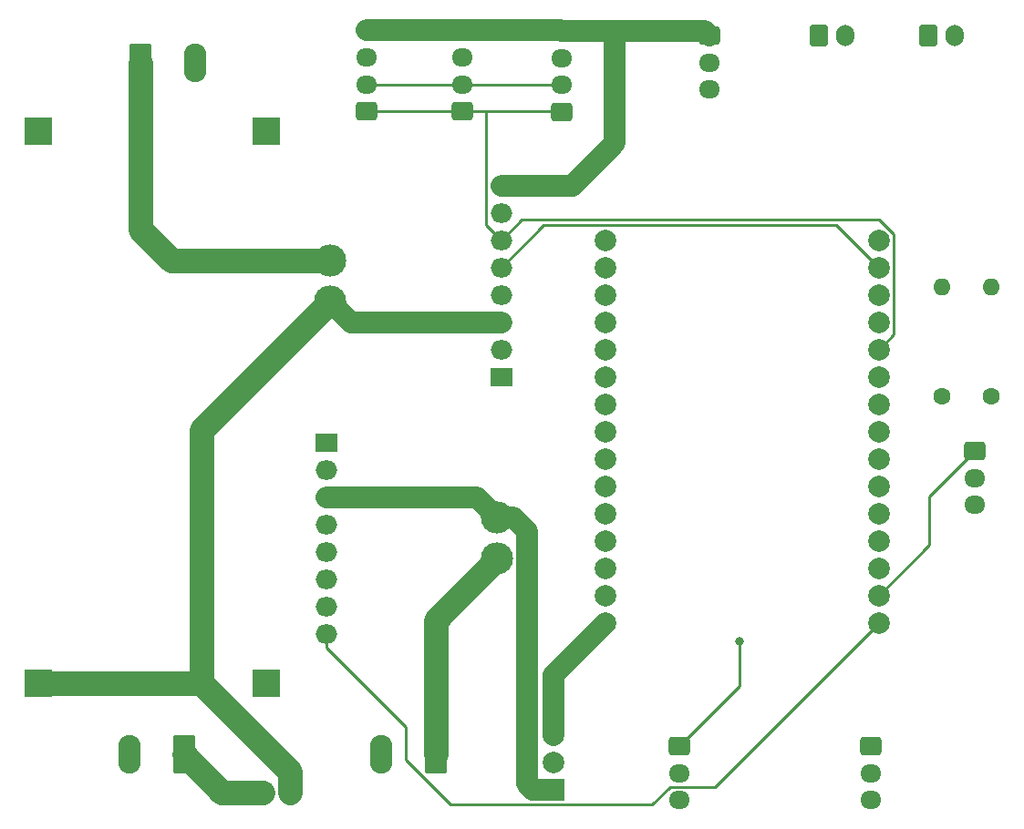
<source format=gbr>
%TF.GenerationSoftware,KiCad,Pcbnew,(6.0.5)*%
%TF.CreationDate,2023-04-02T11:03:44+02:00*%
%TF.ProjectId,sender_V1.01,73656e64-6572-45f5-9631-2e30312e6b69,rev?*%
%TF.SameCoordinates,Original*%
%TF.FileFunction,Copper,L1,Top*%
%TF.FilePolarity,Positive*%
%FSLAX46Y46*%
G04 Gerber Fmt 4.6, Leading zero omitted, Abs format (unit mm)*
G04 Created by KiCad (PCBNEW (6.0.5)) date 2023-04-02 11:03:44*
%MOMM*%
%LPD*%
G01*
G04 APERTURE LIST*
G04 Aperture macros list*
%AMRoundRect*
0 Rectangle with rounded corners*
0 $1 Rounding radius*
0 $2 $3 $4 $5 $6 $7 $8 $9 X,Y pos of 4 corners*
0 Add a 4 corners polygon primitive as box body*
4,1,4,$2,$3,$4,$5,$6,$7,$8,$9,$2,$3,0*
0 Add four circle primitives for the rounded corners*
1,1,$1+$1,$2,$3*
1,1,$1+$1,$4,$5*
1,1,$1+$1,$6,$7*
1,1,$1+$1,$8,$9*
0 Add four rect primitives between the rounded corners*
20,1,$1+$1,$2,$3,$4,$5,0*
20,1,$1+$1,$4,$5,$6,$7,0*
20,1,$1+$1,$6,$7,$8,$9,0*
20,1,$1+$1,$8,$9,$2,$3,0*%
G04 Aperture macros list end*
%TA.AperFunction,ComponentPad*%
%ADD10R,2.000000X1.800000*%
%TD*%
%TA.AperFunction,ComponentPad*%
%ADD11O,2.000000X1.800000*%
%TD*%
%TA.AperFunction,ComponentPad*%
%ADD12O,3.000000X3.000000*%
%TD*%
%TA.AperFunction,ComponentPad*%
%ADD13RoundRect,0.250000X-0.600000X-0.750000X0.600000X-0.750000X0.600000X0.750000X-0.600000X0.750000X0*%
%TD*%
%TA.AperFunction,ComponentPad*%
%ADD14O,1.700000X2.000000*%
%TD*%
%TA.AperFunction,ComponentPad*%
%ADD15RoundRect,0.250000X-0.725000X0.600000X-0.725000X-0.600000X0.725000X-0.600000X0.725000X0.600000X0*%
%TD*%
%TA.AperFunction,ComponentPad*%
%ADD16O,1.950000X1.700000*%
%TD*%
%TA.AperFunction,ComponentPad*%
%ADD17R,1.700000X1.700000*%
%TD*%
%TA.AperFunction,ComponentPad*%
%ADD18O,1.700000X1.700000*%
%TD*%
%TA.AperFunction,ComponentPad*%
%ADD19C,1.600000*%
%TD*%
%TA.AperFunction,ComponentPad*%
%ADD20O,1.600000X1.600000*%
%TD*%
%TA.AperFunction,ComponentPad*%
%ADD21R,2.540000X2.540000*%
%TD*%
%TA.AperFunction,ComponentPad*%
%ADD22RoundRect,0.250000X0.725000X-0.600000X0.725000X0.600000X-0.725000X0.600000X-0.725000X-0.600000X0*%
%TD*%
%TA.AperFunction,ComponentPad*%
%ADD23C,2.000000*%
%TD*%
%TA.AperFunction,ComponentPad*%
%ADD24RoundRect,0.249999X-0.790001X-1.550001X0.790001X-1.550001X0.790001X1.550001X-0.790001X1.550001X0*%
%TD*%
%TA.AperFunction,ComponentPad*%
%ADD25O,2.080000X3.600000*%
%TD*%
%TA.AperFunction,ComponentPad*%
%ADD26RoundRect,0.249999X0.790001X1.550001X-0.790001X1.550001X-0.790001X-1.550001X0.790001X-1.550001X0*%
%TD*%
%TA.AperFunction,ComponentPad*%
%ADD27R,2.000000X2.000000*%
%TD*%
%TA.AperFunction,ViaPad*%
%ADD28C,0.800000*%
%TD*%
%TA.AperFunction,Conductor*%
%ADD29C,0.254000*%
%TD*%
%TA.AperFunction,Conductor*%
%ADD30C,2.000000*%
%TD*%
%TA.AperFunction,Conductor*%
%ADD31C,2.250000*%
%TD*%
G04 APERTURE END LIST*
D10*
%TO.P,U1,1,IN+*%
%TO.N,unconnected-(U1-Pad1)*%
X81280000Y-50038000D03*
D11*
%TO.P,U1,2,IN-*%
%TO.N,unconnected-(U1-Pad2)*%
X81280000Y-47498000D03*
%TO.P,U1,3,VBS*%
%TO.N,Net-(DC-DC1-PadI+)*%
X81280000Y-44958000D03*
%TO.P,U1,4,ALE*%
%TO.N,unconnected-(U1-Pad4)*%
X81280000Y-42418000D03*
%TO.P,U1,5,SCL*%
%TO.N,SCL*%
X81280000Y-39878000D03*
%TO.P,U1,6,SDA*%
%TO.N,SDA*%
X81280000Y-37338000D03*
%TO.P,U1,7,GND*%
%TO.N,GND*%
X81280000Y-34798000D03*
%TO.P,U1,8,VCC*%
%TO.N,+3V3*%
X81280000Y-32258000D03*
D12*
%TO.P,U1,9,IN1+*%
%TO.N,Net-(DC-DC1-PadI+)*%
X65405000Y-43053000D03*
%TO.P,U1,10,IN1-*%
%TO.N,Net-(J2-Pad1)*%
X65405000Y-39243000D03*
%TD*%
D13*
%TO.P,J10,1,Pin_1*%
%TO.N,GND*%
X110744000Y-18288000D03*
D14*
%TO.P,J10,2,Pin_2*%
%TO.N,Door_Open*%
X113244000Y-18288000D03*
%TD*%
D15*
%TO.P,J9,1,Pin_1*%
%TO.N,GND*%
X125239000Y-56936000D03*
D16*
%TO.P,J9,2,Pin_2*%
%TO.N,Net-(J9-Pad2)*%
X125239000Y-59436000D03*
%TO.P,J9,3,Pin_3*%
%TO.N,Net-(J9-Pad3)*%
X125239000Y-61936000D03*
%TD*%
D17*
%TO.P,SW1,1,1*%
%TO.N,Net-(J1-Pad1)*%
X59177000Y-88646000D03*
D18*
%TO.P,SW1,2,2*%
%TO.N,Net-(DC-DC1-PadI+)*%
X61717000Y-88646000D03*
%TD*%
D19*
%TO.P,R1,1*%
%TO.N,Net-(J9-Pad2)*%
X126746000Y-51816000D03*
D20*
%TO.P,R1,2*%
%TO.N,RED*%
X126746000Y-41656000D03*
%TD*%
D21*
%TO.P,DC-DC1,I+,IN+*%
%TO.N,Net-(DC-DC1-PadI+)*%
X38285000Y-78510000D03*
%TO.P,DC-DC1,I-,IN-*%
%TO.N,GND*%
X59460000Y-78510000D03*
%TO.P,DC-DC1,O+,OUT+*%
%TO.N,Net-(DC-DC1-PadO+)*%
X38285000Y-27215000D03*
%TO.P,DC-DC1,O-,OUT-*%
%TO.N,GND*%
X59460000Y-27215000D03*
%TD*%
D22*
%TO.P,J12,1,Pin_1*%
%TO.N,SDA*%
X86868000Y-25400000D03*
D16*
%TO.P,J12,2,Pin_2*%
%TO.N,SCL*%
X86868000Y-22900000D03*
%TO.P,J12,3,Pin_3*%
%TO.N,GND*%
X86868000Y-20400000D03*
%TO.P,J12,4,Pin_4*%
%TO.N,+3V3*%
X86868000Y-17900000D03*
%TD*%
D10*
%TO.P,U3,1,IN+*%
%TO.N,unconnected-(U3-Pad1)*%
X65024000Y-56134000D03*
D11*
%TO.P,U3,2,IN-*%
%TO.N,unconnected-(U3-Pad2)*%
X65024000Y-58674000D03*
%TO.P,U3,3,VBS*%
%TO.N,Net-(DC-DC1-PadO+)*%
X65024000Y-61214000D03*
%TO.P,U3,4,ALE*%
%TO.N,unconnected-(U3-Pad4)*%
X65024000Y-63754000D03*
%TO.P,U3,5,SCL*%
%TO.N,SCL*%
X65024000Y-66294000D03*
%TO.P,U3,6,SDA*%
%TO.N,SDA*%
X65024000Y-68834000D03*
%TO.P,U3,7,GND*%
%TO.N,GND*%
X65024000Y-71374000D03*
%TO.P,U3,8,VCC*%
%TO.N,+3V3*%
X65024000Y-73914000D03*
D12*
%TO.P,U3,9,IN1+*%
%TO.N,Net-(DC-DC1-PadO+)*%
X80899000Y-63119000D03*
%TO.P,U3,10,IN1-*%
%TO.N,Net-(J3-Pad1)*%
X80899000Y-66929000D03*
%TD*%
D23*
%TO.P,U2,1,EN*%
%TO.N,unconnected-(U2-Pad1)*%
X90932000Y-37338000D03*
%TO.P,U2,2,VP*%
%TO.N,unconnected-(U2-Pad2)*%
X90932000Y-39878000D03*
%TO.P,U2,3,VN*%
%TO.N,unconnected-(U2-Pad3)*%
X90932000Y-42418000D03*
%TO.P,U2,4,GPIO34_ADC1-CH6_RTC-GPIO4*%
%TO.N,Door_Open*%
X90932000Y-44958000D03*
%TO.P,U2,5,GPIO35_ADC1-CH7_RTC-GPIO5*%
%TO.N,Door_Closed*%
X90932000Y-47498000D03*
%TO.P,U2,6,GPIO32_ADC1-CH4_RTC-GPIO9*%
%TO.N,D0*%
X90932000Y-50038000D03*
%TO.P,U2,7,GPIO33_ADC1-CH5_RTC-GPIO8*%
%TO.N,unconnected-(U2-Pad7)*%
X90932000Y-52578000D03*
%TO.P,U2,8,GPIO25_ADC2-CH8_DAC1_RTC-GPIO6*%
%TO.N,Green*%
X90932000Y-55118000D03*
%TO.P,U2,9,GPIO26_ADC2-CH9_DAC2_RTC-GPIO7*%
%TO.N,RED*%
X90932000Y-57658000D03*
%TO.P,U2,10,GPIO27_ADC2-CH7_RTC-GPIO17*%
%TO.N,unconnected-(U2-Pad10)*%
X90932000Y-60198000D03*
%TO.P,U2,11,GPIO14_ADC2-CH6_HSPI-CLK_RTC-GPIO16*%
%TO.N,Input_3*%
X90932000Y-62738000D03*
%TO.P,U2,12,GPIO12_ADC2-CH5_HSPI-MISO_RTC-GPIO15*%
%TO.N,Input_1*%
X90932000Y-65278000D03*
%TO.P,U2,13,GPIO13_ADC2-CH4_HSPI-MOSI_RTC-GPIO14*%
%TO.N,Input_2*%
X90932000Y-67818000D03*
%TO.P,U2,14,GND*%
%TO.N,GND*%
X90932000Y-70358000D03*
%TO.P,U2,15,VIN*%
%TO.N,Net-(U2-Pad15)*%
X90932000Y-72898000D03*
%TO.P,U2,16,3V3*%
%TO.N,+3V3*%
X116332000Y-72898000D03*
%TO.P,U2,17,GND*%
%TO.N,GND*%
X116332000Y-70358000D03*
%TO.P,U2,18,GPIO15_ADC2-CH3_HSPI-CS0_RTC-GPIO13*%
%TO.N,unconnected-(U2-Pad18)*%
X116332000Y-67818000D03*
%TO.P,U2,19,GPIO2_ADC2-CH2_RTC-GPIO12*%
%TO.N,unconnected-(U2-Pad19)*%
X116332000Y-65278000D03*
%TO.P,U2,20,GPIO4_ADC2-CH0_RTC-GPIO10*%
%TO.N,unconnected-(U2-Pad20)*%
X116332000Y-62738000D03*
%TO.P,U2,21,RX2*%
%TO.N,unconnected-(U2-Pad21)*%
X116332000Y-60198000D03*
%TO.P,U2,22,TX2*%
%TO.N,unconnected-(U2-Pad22)*%
X116332000Y-57658000D03*
%TO.P,U2,23,GPIO5_VSPI-CS0*%
%TO.N,unconnected-(U2-Pad23)*%
X116332000Y-55118000D03*
%TO.P,U2,24,GPIO18_VSPI-CLK*%
%TO.N,Input_4*%
X116332000Y-52578000D03*
%TO.P,U2,25,GPIO19_VSPI-MISO*%
%TO.N,Enable_B*%
X116332000Y-50038000D03*
%TO.P,U2,26,GPIO21_I2C-SDA*%
%TO.N,SDA*%
X116332000Y-47498000D03*
%TO.P,U2,27,GPIO3__UART0-RX*%
%TO.N,unconnected-(U2-Pad27)*%
X116332000Y-44958000D03*
%TO.P,U2,28,GPIO1_UART0-TX*%
%TO.N,unconnected-(U2-Pad28)*%
X116332000Y-42418000D03*
%TO.P,U2,29,GPIO22_I2C-SCL*%
%TO.N,SCL*%
X116332000Y-39878000D03*
%TO.P,U2,30,GPIO23_VSPI-MOSI*%
%TO.N,Enable_A*%
X116332000Y-37338000D03*
%TD*%
D15*
%TO.P,J5,1,Pin_1*%
%TO.N,Enable_B*%
X115587000Y-84368000D03*
D16*
%TO.P,J5,2,Pin_2*%
%TO.N,Input_4*%
X115587000Y-86868000D03*
%TO.P,J5,3,Pin_3*%
%TO.N,Input_3*%
X115587000Y-89368000D03*
%TD*%
D15*
%TO.P,J6,1,Pin_1*%
%TO.N,Enable_A*%
X97807000Y-84368000D03*
D16*
%TO.P,J6,2,Pin_2*%
%TO.N,Input_1*%
X97807000Y-86868000D03*
%TO.P,J6,3,Pin_3*%
%TO.N,Input_2*%
X97807000Y-89368000D03*
%TD*%
D22*
%TO.P,J7,1,Pin_1*%
%TO.N,SDA*%
X77707000Y-25340000D03*
D16*
%TO.P,J7,2,Pin_2*%
%TO.N,SCL*%
X77707000Y-22840000D03*
%TO.P,J7,3,Pin_3*%
%TO.N,GND*%
X77707000Y-20340000D03*
%TO.P,J7,4,Pin_4*%
%TO.N,+3V3*%
X77707000Y-17840000D03*
%TD*%
D22*
%TO.P,J4,1,Pin_1*%
%TO.N,SDA*%
X68817000Y-25340000D03*
D16*
%TO.P,J4,2,Pin_2*%
%TO.N,SCL*%
X68817000Y-22840000D03*
%TO.P,J4,3,Pin_3*%
%TO.N,GND*%
X68817000Y-20340000D03*
%TO.P,J4,4,Pin_4*%
%TO.N,+3V3*%
X68817000Y-17840000D03*
%TD*%
D24*
%TO.P,J2,1,Pin_1*%
%TO.N,Net-(J2-Pad1)*%
X47752000Y-20828000D03*
D25*
%TO.P,J2,2,Pin_2*%
%TO.N,GND*%
X52832000Y-20828000D03*
%TD*%
D26*
%TO.P,J1,1,Pin_1*%
%TO.N,Net-(J1-Pad1)*%
X51816000Y-85129500D03*
D25*
%TO.P,J1,2,Pin_2*%
%TO.N,GND*%
X46736000Y-85129500D03*
%TD*%
D26*
%TO.P,J3,1,Pin_1*%
%TO.N,Net-(J3-Pad1)*%
X75184000Y-85129500D03*
D25*
%TO.P,J3,2,Pin_2*%
%TO.N,GND*%
X70104000Y-85129500D03*
%TD*%
D19*
%TO.P,R2,1*%
%TO.N,Net-(J9-Pad3)*%
X122174000Y-51816000D03*
D20*
%TO.P,R2,2*%
%TO.N,Green*%
X122174000Y-41656000D03*
%TD*%
D15*
%TO.P,J8,1,Pin_1*%
%TO.N,+3V3*%
X100601000Y-18328000D03*
D16*
%TO.P,J8,2,Pin_2*%
%TO.N,GND*%
X100601000Y-20828000D03*
%TO.P,J8,3,Pin_3*%
%TO.N,D0*%
X100601000Y-23328000D03*
%TD*%
D27*
%TO.P,U4,1,IN*%
%TO.N,Net-(DC-DC1-PadO+)*%
X86106000Y-88392000D03*
D23*
%TO.P,U4,2,GND*%
%TO.N,GND*%
X86106000Y-85852000D03*
%TO.P,U4,3,OUT*%
%TO.N,Net-(U2-Pad15)*%
X86106000Y-83312000D03*
%TD*%
D13*
%TO.P,J11,1,Pin_1*%
%TO.N,GND*%
X120924000Y-18271000D03*
D14*
%TO.P,J11,2,Pin_2*%
%TO.N,Door_Closed*%
X123424000Y-18271000D03*
%TD*%
D28*
%TO.N,Enable_A*%
X103397000Y-74581700D03*
%TD*%
D29*
%TO.N,SDA*%
X81280000Y-37338000D02*
X83179800Y-35438200D01*
X116394100Y-35438200D02*
X117749300Y-36793400D01*
X79893600Y-25370000D02*
X79893600Y-35951600D01*
X117749300Y-46080700D02*
X116332000Y-47498000D01*
X83179800Y-35438200D02*
X116394100Y-35438200D01*
X68817000Y-25340000D02*
X77707000Y-25340000D01*
X86838000Y-25370000D02*
X79893600Y-25370000D01*
X77737000Y-25370000D02*
X77707000Y-25340000D01*
X117749300Y-36793400D02*
X117749300Y-46080700D01*
X79893600Y-35951600D02*
X81280000Y-37338000D01*
X79893600Y-25370000D02*
X77737000Y-25370000D01*
%TO.N,SCL*%
X116332000Y-39878000D02*
X112406400Y-35952400D01*
X77707000Y-22840000D02*
X79063300Y-22840000D01*
X112406400Y-35952400D02*
X85205600Y-35952400D01*
X68817000Y-22840000D02*
X77707000Y-22840000D01*
X86838000Y-22870000D02*
X79093300Y-22870000D01*
X79093300Y-22870000D02*
X79063300Y-22840000D01*
X85205600Y-35952400D02*
X81280000Y-39878000D01*
%TO.N,GND*%
X121042400Y-65647600D02*
X116332000Y-70358000D01*
X125239000Y-56936000D02*
X121042400Y-61132600D01*
X121042400Y-61132600D02*
X121042400Y-65647600D01*
D30*
%TO.N,+3V3*%
X68817000Y-17840000D02*
X77707000Y-17840000D01*
D29*
X65024000Y-75195300D02*
X72412000Y-82583300D01*
D30*
X86868000Y-17900000D02*
X91828000Y-17900000D01*
D29*
X72412000Y-85621700D02*
X76572000Y-89781700D01*
D30*
X91828000Y-28314000D02*
X87884000Y-32258000D01*
X91828000Y-17900000D02*
X100173000Y-17900000D01*
D29*
X96977800Y-88118000D02*
X101112000Y-88118000D01*
X65024000Y-73914000D02*
X65024000Y-75195300D01*
X76572000Y-89781700D02*
X95314100Y-89781700D01*
D30*
X91828000Y-17900000D02*
X91828000Y-28314000D01*
D29*
X72412000Y-82583300D02*
X72412000Y-85621700D01*
X101112000Y-88118000D02*
X116332000Y-72898000D01*
D30*
X100173000Y-17900000D02*
X100601000Y-18328000D01*
X87884000Y-32258000D02*
X81280000Y-32258000D01*
X77707000Y-17840000D02*
X86808000Y-17840000D01*
X86808000Y-17840000D02*
X86868000Y-17900000D01*
D29*
X95314100Y-89781700D02*
X96977800Y-88118000D01*
%TO.N,Enable_A*%
X103397000Y-78778000D02*
X103397000Y-74581700D01*
X97807000Y-84368000D02*
X103397000Y-78778000D01*
D31*
%TO.N,Net-(J1-Pad1)*%
X55332500Y-88646000D02*
X51816000Y-85129500D01*
X59177000Y-88646000D02*
X55332500Y-88646000D01*
%TO.N,Net-(DC-DC1-PadI+)*%
X53498000Y-54960000D02*
X53498000Y-78510000D01*
D30*
X67310000Y-44958000D02*
X65405000Y-43053000D01*
D31*
X53498000Y-78510000D02*
X38285000Y-78510000D01*
X61717000Y-86729000D02*
X53498000Y-78510000D01*
X61717000Y-88646000D02*
X61717000Y-86729000D01*
X64928800Y-43529200D02*
X53498000Y-54960000D01*
D30*
X81280000Y-44958000D02*
X67310000Y-44958000D01*
D31*
X65405000Y-43053000D02*
X64928800Y-43529200D01*
D30*
%TO.N,Net-(DC-DC1-PadO+)*%
X83652500Y-64348500D02*
X82423000Y-63119000D01*
X80899000Y-63119000D02*
X78994000Y-61214000D01*
X82423000Y-63119000D02*
X80899000Y-63119000D01*
X86106000Y-88392000D02*
X84199000Y-88392000D01*
X78994000Y-61214000D02*
X65024000Y-61214000D01*
X84199000Y-88392000D02*
X83652500Y-87845500D01*
X83652500Y-87845500D02*
X83652500Y-64348500D01*
D31*
%TO.N,Net-(J2-Pad1)*%
X65405000Y-39243000D02*
X50673000Y-39243000D01*
X50673000Y-39243000D02*
X47752000Y-36322000D01*
X47752000Y-36322000D02*
X47752000Y-20828000D01*
%TO.N,Net-(J3-Pad1)*%
X75184000Y-72644000D02*
X80899000Y-66929000D01*
X75184000Y-85129500D02*
X75184000Y-72644000D01*
D30*
%TO.N,Net-(U2-Pad15)*%
X86106000Y-77724000D02*
X90932000Y-72898000D01*
X86106000Y-83312000D02*
X86106000Y-77724000D01*
%TD*%
M02*

</source>
